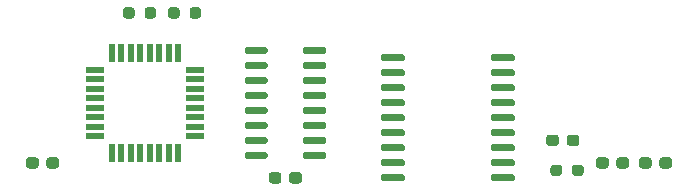
<source format=gbr>
%TF.GenerationSoftware,KiCad,Pcbnew,5.1.7-a382d34a8~88~ubuntu18.04.1*%
%TF.CreationDate,2021-02-25T09:45:04-05:00*%
%TF.ProjectId,PedalBaord,50656461-6c42-4616-9f72-642e6b696361,rev?*%
%TF.SameCoordinates,Original*%
%TF.FileFunction,Paste,Top*%
%TF.FilePolarity,Positive*%
%FSLAX46Y46*%
G04 Gerber Fmt 4.6, Leading zero omitted, Abs format (unit mm)*
G04 Created by KiCad (PCBNEW 5.1.7-a382d34a8~88~ubuntu18.04.1) date 2021-02-25 09:45:04*
%MOMM*%
%LPD*%
G01*
G04 APERTURE LIST*
%ADD10R,0.550000X1.600000*%
%ADD11R,1.600000X0.550000*%
G04 APERTURE END LIST*
%TO.C,U5*%
G36*
G01*
X124230000Y-78590000D02*
X124230000Y-78890000D01*
G75*
G02*
X124080000Y-79040000I-150000J0D01*
G01*
X122430000Y-79040000D01*
G75*
G02*
X122280000Y-78890000I0J150000D01*
G01*
X122280000Y-78590000D01*
G75*
G02*
X122430000Y-78440000I150000J0D01*
G01*
X124080000Y-78440000D01*
G75*
G02*
X124230000Y-78590000I0J-150000D01*
G01*
G37*
G36*
G01*
X124230000Y-77320000D02*
X124230000Y-77620000D01*
G75*
G02*
X124080000Y-77770000I-150000J0D01*
G01*
X122430000Y-77770000D01*
G75*
G02*
X122280000Y-77620000I0J150000D01*
G01*
X122280000Y-77320000D01*
G75*
G02*
X122430000Y-77170000I150000J0D01*
G01*
X124080000Y-77170000D01*
G75*
G02*
X124230000Y-77320000I0J-150000D01*
G01*
G37*
G36*
G01*
X124230000Y-76050000D02*
X124230000Y-76350000D01*
G75*
G02*
X124080000Y-76500000I-150000J0D01*
G01*
X122430000Y-76500000D01*
G75*
G02*
X122280000Y-76350000I0J150000D01*
G01*
X122280000Y-76050000D01*
G75*
G02*
X122430000Y-75900000I150000J0D01*
G01*
X124080000Y-75900000D01*
G75*
G02*
X124230000Y-76050000I0J-150000D01*
G01*
G37*
G36*
G01*
X124230000Y-74780000D02*
X124230000Y-75080000D01*
G75*
G02*
X124080000Y-75230000I-150000J0D01*
G01*
X122430000Y-75230000D01*
G75*
G02*
X122280000Y-75080000I0J150000D01*
G01*
X122280000Y-74780000D01*
G75*
G02*
X122430000Y-74630000I150000J0D01*
G01*
X124080000Y-74630000D01*
G75*
G02*
X124230000Y-74780000I0J-150000D01*
G01*
G37*
G36*
G01*
X124230000Y-73510000D02*
X124230000Y-73810000D01*
G75*
G02*
X124080000Y-73960000I-150000J0D01*
G01*
X122430000Y-73960000D01*
G75*
G02*
X122280000Y-73810000I0J150000D01*
G01*
X122280000Y-73510000D01*
G75*
G02*
X122430000Y-73360000I150000J0D01*
G01*
X124080000Y-73360000D01*
G75*
G02*
X124230000Y-73510000I0J-150000D01*
G01*
G37*
G36*
G01*
X124230000Y-72240000D02*
X124230000Y-72540000D01*
G75*
G02*
X124080000Y-72690000I-150000J0D01*
G01*
X122430000Y-72690000D01*
G75*
G02*
X122280000Y-72540000I0J150000D01*
G01*
X122280000Y-72240000D01*
G75*
G02*
X122430000Y-72090000I150000J0D01*
G01*
X124080000Y-72090000D01*
G75*
G02*
X124230000Y-72240000I0J-150000D01*
G01*
G37*
G36*
G01*
X124230000Y-70970000D02*
X124230000Y-71270000D01*
G75*
G02*
X124080000Y-71420000I-150000J0D01*
G01*
X122430000Y-71420000D01*
G75*
G02*
X122280000Y-71270000I0J150000D01*
G01*
X122280000Y-70970000D01*
G75*
G02*
X122430000Y-70820000I150000J0D01*
G01*
X124080000Y-70820000D01*
G75*
G02*
X124230000Y-70970000I0J-150000D01*
G01*
G37*
G36*
G01*
X124230000Y-69700000D02*
X124230000Y-70000000D01*
G75*
G02*
X124080000Y-70150000I-150000J0D01*
G01*
X122430000Y-70150000D01*
G75*
G02*
X122280000Y-70000000I0J150000D01*
G01*
X122280000Y-69700000D01*
G75*
G02*
X122430000Y-69550000I150000J0D01*
G01*
X124080000Y-69550000D01*
G75*
G02*
X124230000Y-69700000I0J-150000D01*
G01*
G37*
G36*
G01*
X129180000Y-69700000D02*
X129180000Y-70000000D01*
G75*
G02*
X129030000Y-70150000I-150000J0D01*
G01*
X127380000Y-70150000D01*
G75*
G02*
X127230000Y-70000000I0J150000D01*
G01*
X127230000Y-69700000D01*
G75*
G02*
X127380000Y-69550000I150000J0D01*
G01*
X129030000Y-69550000D01*
G75*
G02*
X129180000Y-69700000I0J-150000D01*
G01*
G37*
G36*
G01*
X129180000Y-70970000D02*
X129180000Y-71270000D01*
G75*
G02*
X129030000Y-71420000I-150000J0D01*
G01*
X127380000Y-71420000D01*
G75*
G02*
X127230000Y-71270000I0J150000D01*
G01*
X127230000Y-70970000D01*
G75*
G02*
X127380000Y-70820000I150000J0D01*
G01*
X129030000Y-70820000D01*
G75*
G02*
X129180000Y-70970000I0J-150000D01*
G01*
G37*
G36*
G01*
X129180000Y-72240000D02*
X129180000Y-72540000D01*
G75*
G02*
X129030000Y-72690000I-150000J0D01*
G01*
X127380000Y-72690000D01*
G75*
G02*
X127230000Y-72540000I0J150000D01*
G01*
X127230000Y-72240000D01*
G75*
G02*
X127380000Y-72090000I150000J0D01*
G01*
X129030000Y-72090000D01*
G75*
G02*
X129180000Y-72240000I0J-150000D01*
G01*
G37*
G36*
G01*
X129180000Y-73510000D02*
X129180000Y-73810000D01*
G75*
G02*
X129030000Y-73960000I-150000J0D01*
G01*
X127380000Y-73960000D01*
G75*
G02*
X127230000Y-73810000I0J150000D01*
G01*
X127230000Y-73510000D01*
G75*
G02*
X127380000Y-73360000I150000J0D01*
G01*
X129030000Y-73360000D01*
G75*
G02*
X129180000Y-73510000I0J-150000D01*
G01*
G37*
G36*
G01*
X129180000Y-74780000D02*
X129180000Y-75080000D01*
G75*
G02*
X129030000Y-75230000I-150000J0D01*
G01*
X127380000Y-75230000D01*
G75*
G02*
X127230000Y-75080000I0J150000D01*
G01*
X127230000Y-74780000D01*
G75*
G02*
X127380000Y-74630000I150000J0D01*
G01*
X129030000Y-74630000D01*
G75*
G02*
X129180000Y-74780000I0J-150000D01*
G01*
G37*
G36*
G01*
X129180000Y-76050000D02*
X129180000Y-76350000D01*
G75*
G02*
X129030000Y-76500000I-150000J0D01*
G01*
X127380000Y-76500000D01*
G75*
G02*
X127230000Y-76350000I0J150000D01*
G01*
X127230000Y-76050000D01*
G75*
G02*
X127380000Y-75900000I150000J0D01*
G01*
X129030000Y-75900000D01*
G75*
G02*
X129180000Y-76050000I0J-150000D01*
G01*
G37*
G36*
G01*
X129180000Y-77320000D02*
X129180000Y-77620000D01*
G75*
G02*
X129030000Y-77770000I-150000J0D01*
G01*
X127380000Y-77770000D01*
G75*
G02*
X127230000Y-77620000I0J150000D01*
G01*
X127230000Y-77320000D01*
G75*
G02*
X127380000Y-77170000I150000J0D01*
G01*
X129030000Y-77170000D01*
G75*
G02*
X129180000Y-77320000I0J-150000D01*
G01*
G37*
G36*
G01*
X129180000Y-78590000D02*
X129180000Y-78890000D01*
G75*
G02*
X129030000Y-79040000I-150000J0D01*
G01*
X127380000Y-79040000D01*
G75*
G02*
X127230000Y-78890000I0J150000D01*
G01*
X127230000Y-78590000D01*
G75*
G02*
X127380000Y-78440000I150000J0D01*
G01*
X129030000Y-78440000D01*
G75*
G02*
X129180000Y-78590000I0J-150000D01*
G01*
G37*
%TD*%
%TO.C,C7*%
G36*
G01*
X126055000Y-80882500D02*
X126055000Y-80407500D01*
G75*
G02*
X126292500Y-80170000I237500J0D01*
G01*
X126892500Y-80170000D01*
G75*
G02*
X127130000Y-80407500I0J-237500D01*
G01*
X127130000Y-80882500D01*
G75*
G02*
X126892500Y-81120000I-237500J0D01*
G01*
X126292500Y-81120000D01*
G75*
G02*
X126055000Y-80882500I0J237500D01*
G01*
G37*
G36*
G01*
X124330000Y-80882500D02*
X124330000Y-80407500D01*
G75*
G02*
X124567500Y-80170000I237500J0D01*
G01*
X125167500Y-80170000D01*
G75*
G02*
X125405000Y-80407500I0J-237500D01*
G01*
X125405000Y-80882500D01*
G75*
G02*
X125167500Y-81120000I-237500J0D01*
G01*
X124567500Y-81120000D01*
G75*
G02*
X124330000Y-80882500I0J237500D01*
G01*
G37*
%TD*%
%TO.C,U3*%
G36*
G01*
X135870000Y-80495000D02*
X135870000Y-80795000D01*
G75*
G02*
X135720000Y-80945000I-150000J0D01*
G01*
X133970000Y-80945000D01*
G75*
G02*
X133820000Y-80795000I0J150000D01*
G01*
X133820000Y-80495000D01*
G75*
G02*
X133970000Y-80345000I150000J0D01*
G01*
X135720000Y-80345000D01*
G75*
G02*
X135870000Y-80495000I0J-150000D01*
G01*
G37*
G36*
G01*
X135870000Y-79225000D02*
X135870000Y-79525000D01*
G75*
G02*
X135720000Y-79675000I-150000J0D01*
G01*
X133970000Y-79675000D01*
G75*
G02*
X133820000Y-79525000I0J150000D01*
G01*
X133820000Y-79225000D01*
G75*
G02*
X133970000Y-79075000I150000J0D01*
G01*
X135720000Y-79075000D01*
G75*
G02*
X135870000Y-79225000I0J-150000D01*
G01*
G37*
G36*
G01*
X135870000Y-77955000D02*
X135870000Y-78255000D01*
G75*
G02*
X135720000Y-78405000I-150000J0D01*
G01*
X133970000Y-78405000D01*
G75*
G02*
X133820000Y-78255000I0J150000D01*
G01*
X133820000Y-77955000D01*
G75*
G02*
X133970000Y-77805000I150000J0D01*
G01*
X135720000Y-77805000D01*
G75*
G02*
X135870000Y-77955000I0J-150000D01*
G01*
G37*
G36*
G01*
X135870000Y-76685000D02*
X135870000Y-76985000D01*
G75*
G02*
X135720000Y-77135000I-150000J0D01*
G01*
X133970000Y-77135000D01*
G75*
G02*
X133820000Y-76985000I0J150000D01*
G01*
X133820000Y-76685000D01*
G75*
G02*
X133970000Y-76535000I150000J0D01*
G01*
X135720000Y-76535000D01*
G75*
G02*
X135870000Y-76685000I0J-150000D01*
G01*
G37*
G36*
G01*
X135870000Y-75415000D02*
X135870000Y-75715000D01*
G75*
G02*
X135720000Y-75865000I-150000J0D01*
G01*
X133970000Y-75865000D01*
G75*
G02*
X133820000Y-75715000I0J150000D01*
G01*
X133820000Y-75415000D01*
G75*
G02*
X133970000Y-75265000I150000J0D01*
G01*
X135720000Y-75265000D01*
G75*
G02*
X135870000Y-75415000I0J-150000D01*
G01*
G37*
G36*
G01*
X135870000Y-74145000D02*
X135870000Y-74445000D01*
G75*
G02*
X135720000Y-74595000I-150000J0D01*
G01*
X133970000Y-74595000D01*
G75*
G02*
X133820000Y-74445000I0J150000D01*
G01*
X133820000Y-74145000D01*
G75*
G02*
X133970000Y-73995000I150000J0D01*
G01*
X135720000Y-73995000D01*
G75*
G02*
X135870000Y-74145000I0J-150000D01*
G01*
G37*
G36*
G01*
X135870000Y-72875000D02*
X135870000Y-73175000D01*
G75*
G02*
X135720000Y-73325000I-150000J0D01*
G01*
X133970000Y-73325000D01*
G75*
G02*
X133820000Y-73175000I0J150000D01*
G01*
X133820000Y-72875000D01*
G75*
G02*
X133970000Y-72725000I150000J0D01*
G01*
X135720000Y-72725000D01*
G75*
G02*
X135870000Y-72875000I0J-150000D01*
G01*
G37*
G36*
G01*
X135870000Y-71605000D02*
X135870000Y-71905000D01*
G75*
G02*
X135720000Y-72055000I-150000J0D01*
G01*
X133970000Y-72055000D01*
G75*
G02*
X133820000Y-71905000I0J150000D01*
G01*
X133820000Y-71605000D01*
G75*
G02*
X133970000Y-71455000I150000J0D01*
G01*
X135720000Y-71455000D01*
G75*
G02*
X135870000Y-71605000I0J-150000D01*
G01*
G37*
G36*
G01*
X135870000Y-70335000D02*
X135870000Y-70635000D01*
G75*
G02*
X135720000Y-70785000I-150000J0D01*
G01*
X133970000Y-70785000D01*
G75*
G02*
X133820000Y-70635000I0J150000D01*
G01*
X133820000Y-70335000D01*
G75*
G02*
X133970000Y-70185000I150000J0D01*
G01*
X135720000Y-70185000D01*
G75*
G02*
X135870000Y-70335000I0J-150000D01*
G01*
G37*
G36*
G01*
X145170000Y-70335000D02*
X145170000Y-70635000D01*
G75*
G02*
X145020000Y-70785000I-150000J0D01*
G01*
X143270000Y-70785000D01*
G75*
G02*
X143120000Y-70635000I0J150000D01*
G01*
X143120000Y-70335000D01*
G75*
G02*
X143270000Y-70185000I150000J0D01*
G01*
X145020000Y-70185000D01*
G75*
G02*
X145170000Y-70335000I0J-150000D01*
G01*
G37*
G36*
G01*
X145170000Y-71605000D02*
X145170000Y-71905000D01*
G75*
G02*
X145020000Y-72055000I-150000J0D01*
G01*
X143270000Y-72055000D01*
G75*
G02*
X143120000Y-71905000I0J150000D01*
G01*
X143120000Y-71605000D01*
G75*
G02*
X143270000Y-71455000I150000J0D01*
G01*
X145020000Y-71455000D01*
G75*
G02*
X145170000Y-71605000I0J-150000D01*
G01*
G37*
G36*
G01*
X145170000Y-72875000D02*
X145170000Y-73175000D01*
G75*
G02*
X145020000Y-73325000I-150000J0D01*
G01*
X143270000Y-73325000D01*
G75*
G02*
X143120000Y-73175000I0J150000D01*
G01*
X143120000Y-72875000D01*
G75*
G02*
X143270000Y-72725000I150000J0D01*
G01*
X145020000Y-72725000D01*
G75*
G02*
X145170000Y-72875000I0J-150000D01*
G01*
G37*
G36*
G01*
X145170000Y-74145000D02*
X145170000Y-74445000D01*
G75*
G02*
X145020000Y-74595000I-150000J0D01*
G01*
X143270000Y-74595000D01*
G75*
G02*
X143120000Y-74445000I0J150000D01*
G01*
X143120000Y-74145000D01*
G75*
G02*
X143270000Y-73995000I150000J0D01*
G01*
X145020000Y-73995000D01*
G75*
G02*
X145170000Y-74145000I0J-150000D01*
G01*
G37*
G36*
G01*
X145170000Y-75415000D02*
X145170000Y-75715000D01*
G75*
G02*
X145020000Y-75865000I-150000J0D01*
G01*
X143270000Y-75865000D01*
G75*
G02*
X143120000Y-75715000I0J150000D01*
G01*
X143120000Y-75415000D01*
G75*
G02*
X143270000Y-75265000I150000J0D01*
G01*
X145020000Y-75265000D01*
G75*
G02*
X145170000Y-75415000I0J-150000D01*
G01*
G37*
G36*
G01*
X145170000Y-76685000D02*
X145170000Y-76985000D01*
G75*
G02*
X145020000Y-77135000I-150000J0D01*
G01*
X143270000Y-77135000D01*
G75*
G02*
X143120000Y-76985000I0J150000D01*
G01*
X143120000Y-76685000D01*
G75*
G02*
X143270000Y-76535000I150000J0D01*
G01*
X145020000Y-76535000D01*
G75*
G02*
X145170000Y-76685000I0J-150000D01*
G01*
G37*
G36*
G01*
X145170000Y-77955000D02*
X145170000Y-78255000D01*
G75*
G02*
X145020000Y-78405000I-150000J0D01*
G01*
X143270000Y-78405000D01*
G75*
G02*
X143120000Y-78255000I0J150000D01*
G01*
X143120000Y-77955000D01*
G75*
G02*
X143270000Y-77805000I150000J0D01*
G01*
X145020000Y-77805000D01*
G75*
G02*
X145170000Y-77955000I0J-150000D01*
G01*
G37*
G36*
G01*
X145170000Y-79225000D02*
X145170000Y-79525000D01*
G75*
G02*
X145020000Y-79675000I-150000J0D01*
G01*
X143270000Y-79675000D01*
G75*
G02*
X143120000Y-79525000I0J150000D01*
G01*
X143120000Y-79225000D01*
G75*
G02*
X143270000Y-79075000I150000J0D01*
G01*
X145020000Y-79075000D01*
G75*
G02*
X145170000Y-79225000I0J-150000D01*
G01*
G37*
G36*
G01*
X145170000Y-80495000D02*
X145170000Y-80795000D01*
G75*
G02*
X145020000Y-80945000I-150000J0D01*
G01*
X143270000Y-80945000D01*
G75*
G02*
X143120000Y-80795000I0J150000D01*
G01*
X143120000Y-80495000D01*
G75*
G02*
X143270000Y-80345000I150000J0D01*
G01*
X145020000Y-80345000D01*
G75*
G02*
X145170000Y-80495000I0J-150000D01*
G01*
G37*
%TD*%
D10*
%TO.C,U1*%
X111060000Y-70045000D03*
X111860000Y-70045000D03*
X112660000Y-70045000D03*
X113460000Y-70045000D03*
X114260000Y-70045000D03*
X115060000Y-70045000D03*
X115860000Y-70045000D03*
X116660000Y-70045000D03*
D11*
X118110000Y-71495000D03*
X118110000Y-72295000D03*
X118110000Y-73095000D03*
X118110000Y-73895000D03*
X118110000Y-74695000D03*
X118110000Y-75495000D03*
X118110000Y-76295000D03*
X118110000Y-77095000D03*
D10*
X116660000Y-78545000D03*
X115860000Y-78545000D03*
X115060000Y-78545000D03*
X114260000Y-78545000D03*
X113460000Y-78545000D03*
X112660000Y-78545000D03*
X111860000Y-78545000D03*
X111060000Y-78545000D03*
D11*
X109610000Y-77095000D03*
X109610000Y-76295000D03*
X109610000Y-75495000D03*
X109610000Y-74695000D03*
X109610000Y-73895000D03*
X109610000Y-73095000D03*
X109610000Y-72295000D03*
X109610000Y-71495000D03*
%TD*%
%TO.C,R3*%
G36*
G01*
X150007500Y-80247500D02*
X150007500Y-79772500D01*
G75*
G02*
X150245000Y-79535000I237500J0D01*
G01*
X150745000Y-79535000D01*
G75*
G02*
X150982500Y-79772500I0J-237500D01*
G01*
X150982500Y-80247500D01*
G75*
G02*
X150745000Y-80485000I-237500J0D01*
G01*
X150245000Y-80485000D01*
G75*
G02*
X150007500Y-80247500I0J237500D01*
G01*
G37*
G36*
G01*
X148182500Y-80247500D02*
X148182500Y-79772500D01*
G75*
G02*
X148420000Y-79535000I237500J0D01*
G01*
X148920000Y-79535000D01*
G75*
G02*
X149157500Y-79772500I0J-237500D01*
G01*
X149157500Y-80247500D01*
G75*
G02*
X148920000Y-80485000I-237500J0D01*
G01*
X148420000Y-80485000D01*
G75*
G02*
X148182500Y-80247500I0J237500D01*
G01*
G37*
%TD*%
%TO.C,R2*%
G36*
G01*
X117622500Y-66912500D02*
X117622500Y-66437500D01*
G75*
G02*
X117860000Y-66200000I237500J0D01*
G01*
X118360000Y-66200000D01*
G75*
G02*
X118597500Y-66437500I0J-237500D01*
G01*
X118597500Y-66912500D01*
G75*
G02*
X118360000Y-67150000I-237500J0D01*
G01*
X117860000Y-67150000D01*
G75*
G02*
X117622500Y-66912500I0J237500D01*
G01*
G37*
G36*
G01*
X115797500Y-66912500D02*
X115797500Y-66437500D01*
G75*
G02*
X116035000Y-66200000I237500J0D01*
G01*
X116535000Y-66200000D01*
G75*
G02*
X116772500Y-66437500I0J-237500D01*
G01*
X116772500Y-66912500D01*
G75*
G02*
X116535000Y-67150000I-237500J0D01*
G01*
X116035000Y-67150000D01*
G75*
G02*
X115797500Y-66912500I0J237500D01*
G01*
G37*
%TD*%
%TO.C,R1*%
G36*
G01*
X112962500Y-66437500D02*
X112962500Y-66912500D01*
G75*
G02*
X112725000Y-67150000I-237500J0D01*
G01*
X112225000Y-67150000D01*
G75*
G02*
X111987500Y-66912500I0J237500D01*
G01*
X111987500Y-66437500D01*
G75*
G02*
X112225000Y-66200000I237500J0D01*
G01*
X112725000Y-66200000D01*
G75*
G02*
X112962500Y-66437500I0J-237500D01*
G01*
G37*
G36*
G01*
X114787500Y-66437500D02*
X114787500Y-66912500D01*
G75*
G02*
X114550000Y-67150000I-237500J0D01*
G01*
X114050000Y-67150000D01*
G75*
G02*
X113812500Y-66912500I0J237500D01*
G01*
X113812500Y-66437500D01*
G75*
G02*
X114050000Y-66200000I237500J0D01*
G01*
X114550000Y-66200000D01*
G75*
G02*
X114787500Y-66437500I0J-237500D01*
G01*
G37*
%TD*%
%TO.C,D1*%
G36*
G01*
X148875000Y-77232500D02*
X148875000Y-77707500D01*
G75*
G02*
X148637500Y-77945000I-237500J0D01*
G01*
X148062500Y-77945000D01*
G75*
G02*
X147825000Y-77707500I0J237500D01*
G01*
X147825000Y-77232500D01*
G75*
G02*
X148062500Y-76995000I237500J0D01*
G01*
X148637500Y-76995000D01*
G75*
G02*
X148875000Y-77232500I0J-237500D01*
G01*
G37*
G36*
G01*
X150625000Y-77232500D02*
X150625000Y-77707500D01*
G75*
G02*
X150387500Y-77945000I-237500J0D01*
G01*
X149812500Y-77945000D01*
G75*
G02*
X149575000Y-77707500I0J237500D01*
G01*
X149575000Y-77232500D01*
G75*
G02*
X149812500Y-76995000I237500J0D01*
G01*
X150387500Y-76995000D01*
G75*
G02*
X150625000Y-77232500I0J-237500D01*
G01*
G37*
%TD*%
%TO.C,C4*%
G36*
G01*
X156747500Y-79137500D02*
X156747500Y-79612500D01*
G75*
G02*
X156510000Y-79850000I-237500J0D01*
G01*
X155910000Y-79850000D01*
G75*
G02*
X155672500Y-79612500I0J237500D01*
G01*
X155672500Y-79137500D01*
G75*
G02*
X155910000Y-78900000I237500J0D01*
G01*
X156510000Y-78900000D01*
G75*
G02*
X156747500Y-79137500I0J-237500D01*
G01*
G37*
G36*
G01*
X158472500Y-79137500D02*
X158472500Y-79612500D01*
G75*
G02*
X158235000Y-79850000I-237500J0D01*
G01*
X157635000Y-79850000D01*
G75*
G02*
X157397500Y-79612500I0J237500D01*
G01*
X157397500Y-79137500D01*
G75*
G02*
X157635000Y-78900000I237500J0D01*
G01*
X158235000Y-78900000D01*
G75*
G02*
X158472500Y-79137500I0J-237500D01*
G01*
G37*
%TD*%
%TO.C,C3*%
G36*
G01*
X153767500Y-79612500D02*
X153767500Y-79137500D01*
G75*
G02*
X154005000Y-78900000I237500J0D01*
G01*
X154605000Y-78900000D01*
G75*
G02*
X154842500Y-79137500I0J-237500D01*
G01*
X154842500Y-79612500D01*
G75*
G02*
X154605000Y-79850000I-237500J0D01*
G01*
X154005000Y-79850000D01*
G75*
G02*
X153767500Y-79612500I0J237500D01*
G01*
G37*
G36*
G01*
X152042500Y-79612500D02*
X152042500Y-79137500D01*
G75*
G02*
X152280000Y-78900000I237500J0D01*
G01*
X152880000Y-78900000D01*
G75*
G02*
X153117500Y-79137500I0J-237500D01*
G01*
X153117500Y-79612500D01*
G75*
G02*
X152880000Y-79850000I-237500J0D01*
G01*
X152280000Y-79850000D01*
G75*
G02*
X152042500Y-79612500I0J237500D01*
G01*
G37*
%TD*%
%TO.C,C1*%
G36*
G01*
X104857500Y-79137500D02*
X104857500Y-79612500D01*
G75*
G02*
X104620000Y-79850000I-237500J0D01*
G01*
X104020000Y-79850000D01*
G75*
G02*
X103782500Y-79612500I0J237500D01*
G01*
X103782500Y-79137500D01*
G75*
G02*
X104020000Y-78900000I237500J0D01*
G01*
X104620000Y-78900000D01*
G75*
G02*
X104857500Y-79137500I0J-237500D01*
G01*
G37*
G36*
G01*
X106582500Y-79137500D02*
X106582500Y-79612500D01*
G75*
G02*
X106345000Y-79850000I-237500J0D01*
G01*
X105745000Y-79850000D01*
G75*
G02*
X105507500Y-79612500I0J237500D01*
G01*
X105507500Y-79137500D01*
G75*
G02*
X105745000Y-78900000I237500J0D01*
G01*
X106345000Y-78900000D01*
G75*
G02*
X106582500Y-79137500I0J-237500D01*
G01*
G37*
%TD*%
M02*

</source>
